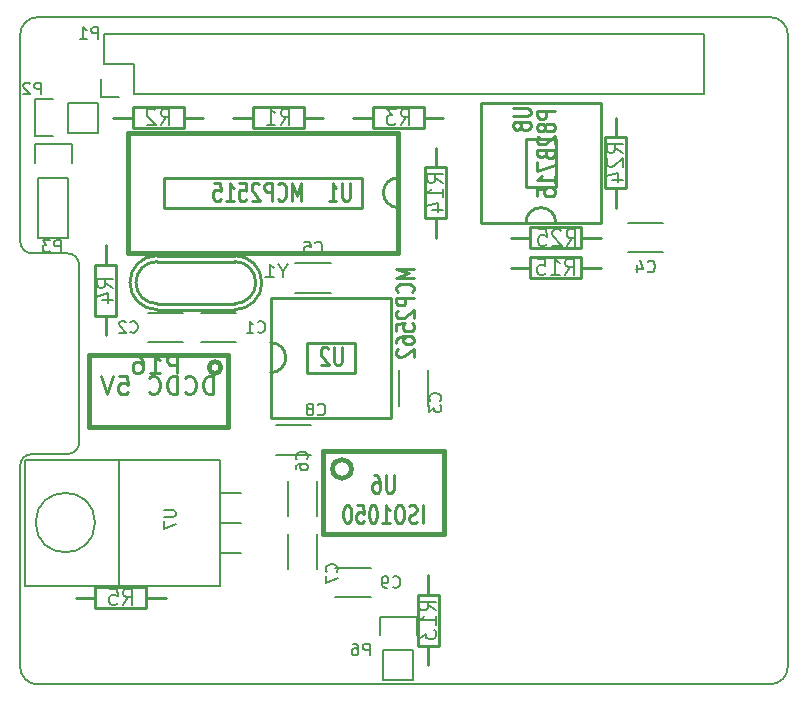
<source format=gbo>
G04 #@! TF.FileFunction,Legend,Bot*
%FSLAX46Y46*%
G04 Gerber Fmt 4.6, Leading zero omitted, Abs format (unit mm)*
G04 Created by KiCad (PCBNEW 4.0.2+dfsg1-stable) date So 30 Apr 2017 08:42:14 CEST*
%MOMM*%
G01*
G04 APERTURE LIST*
%ADD10C,0.100000*%
%ADD11C,0.150000*%
%ADD12C,0.254000*%
%ADD13C,0.381000*%
%ADD14C,0.285750*%
%ADD15C,0.287020*%
%ADD16C,0.203200*%
%ADD17C,0.152400*%
%ADD18C,0.284480*%
G04 APERTURE END LIST*
D10*
D11*
X129500000Y-71500000D02*
X191500000Y-71500000D01*
X128000000Y-90500000D02*
X128000000Y-73000000D01*
X128000000Y-90500000D02*
G75*
G03X129000000Y-91500000I1000000J0D01*
G01*
X129000000Y-91500000D02*
X132000000Y-91500000D01*
X133000000Y-92500000D02*
G75*
G03X132000000Y-91500000I-1000000J0D01*
G01*
X133000000Y-107500000D02*
X133000000Y-92500000D01*
X128000000Y-126500000D02*
X128000000Y-109500000D01*
X129000000Y-108500000D02*
X132000000Y-108500000D01*
X132000000Y-108500000D02*
G75*
G03X133000000Y-107500000I0J1000000D01*
G01*
X129000000Y-108500000D02*
G75*
G03X128000000Y-109500000I0J-1000000D01*
G01*
X191500000Y-128000000D02*
X129500000Y-128000000D01*
X193000000Y-73000000D02*
X193000000Y-126500000D01*
X129500000Y-71500000D02*
G75*
G03X128000000Y-73000000I0J-1500000D01*
G01*
X128000000Y-126500000D02*
G75*
G03X129500000Y-128000000I1500000J0D01*
G01*
X191500000Y-128000000D02*
G75*
G03X193000000Y-126500000I0J1500000D01*
G01*
X193000000Y-73000000D02*
G75*
G03X191500000Y-71500000I-1500000J0D01*
G01*
X185902600Y-72948800D02*
X135102600Y-72948800D01*
X137642600Y-78028800D02*
X185902600Y-78028800D01*
X185902600Y-72948800D02*
X185902600Y-78028800D01*
X135102600Y-72948800D02*
X135102600Y-75488800D01*
X136372600Y-78308800D02*
X134822600Y-78308800D01*
X135102600Y-75488800D02*
X137642600Y-75488800D01*
X137642600Y-75488800D02*
X137642600Y-78028800D01*
X134822600Y-78308800D02*
X134822600Y-76758800D01*
D12*
X156337000Y-99060000D02*
X152273000Y-99060000D01*
X152273000Y-101600000D02*
X156337000Y-101600000D01*
X159385000Y-95250000D02*
X149225000Y-95250000D01*
X159385000Y-105410000D02*
X149225000Y-105410000D01*
X150495000Y-100330000D02*
G75*
G02X149225000Y-101600000I-1270000J0D01*
G01*
X149225000Y-99060000D02*
G75*
G02X150495000Y-100330000I0J-1270000D01*
G01*
X152273000Y-101600000D02*
X152273000Y-99060000D01*
X156337000Y-99060000D02*
X156337000Y-101600000D01*
X159385000Y-105410000D02*
X159385000Y-95250000D01*
X149225000Y-95250000D02*
X149225000Y-105410000D01*
D11*
X162540000Y-104390000D02*
X162540000Y-101390000D01*
X160040000Y-101390000D02*
X160040000Y-104390000D01*
D12*
X152019000Y-80010000D02*
X153670000Y-80010000D01*
X147701000Y-80010000D02*
X146050000Y-80010000D01*
X147701000Y-80899000D02*
X147701000Y-79121000D01*
X147701000Y-79121000D02*
X152019000Y-79121000D01*
X152019000Y-79121000D02*
X152019000Y-80899000D01*
X152019000Y-80899000D02*
X147701000Y-80899000D01*
D11*
X146300000Y-96540000D02*
X143300000Y-96540000D01*
X143300000Y-99040000D02*
X146300000Y-99040000D01*
X138815000Y-99040000D02*
X141815000Y-99040000D01*
X141815000Y-96540000D02*
X138815000Y-96540000D01*
X179455000Y-91420000D02*
X182455000Y-91420000D01*
X182455000Y-88920000D02*
X179455000Y-88920000D01*
D12*
X157861000Y-80010000D02*
X156210000Y-80010000D01*
X162179000Y-80010000D02*
X163830000Y-80010000D01*
X162179000Y-79121000D02*
X162179000Y-80899000D01*
X162179000Y-80899000D02*
X157861000Y-80899000D01*
X157861000Y-80899000D02*
X157861000Y-79121000D01*
X157861000Y-79121000D02*
X162179000Y-79121000D01*
X135255000Y-96774000D02*
X135255000Y-98425000D01*
X135255000Y-92456000D02*
X135255000Y-90805000D01*
X134366000Y-92456000D02*
X136144000Y-92456000D01*
X136144000Y-92456000D02*
X136144000Y-96774000D01*
X136144000Y-96774000D02*
X134366000Y-96774000D01*
X134366000Y-96774000D02*
X134366000Y-92456000D01*
D11*
X154301000Y-92323600D02*
X151301000Y-92323600D01*
X151301000Y-94823600D02*
X154301000Y-94823600D01*
D12*
X141859000Y-80010000D02*
X143510000Y-80010000D01*
X137541000Y-80010000D02*
X135890000Y-80010000D01*
X137541000Y-80899000D02*
X137541000Y-79121000D01*
X137541000Y-79121000D02*
X141859000Y-79121000D01*
X141859000Y-79121000D02*
X141859000Y-80899000D01*
X141859000Y-80899000D02*
X137541000Y-80899000D01*
D11*
X150642000Y-110748000D02*
X150642000Y-113748000D01*
X153142000Y-113748000D02*
X153142000Y-110748000D01*
X153142000Y-118233000D02*
X153142000Y-115233000D01*
X150642000Y-115233000D02*
X150642000Y-118233000D01*
X158750000Y-125095000D02*
X158750000Y-127635000D01*
X158470000Y-122275000D02*
X158470000Y-123825000D01*
X158750000Y-125095000D02*
X161290000Y-125095000D01*
X161570000Y-123825000D02*
X161570000Y-122275000D01*
X161570000Y-122275000D02*
X158470000Y-122275000D01*
X161290000Y-125095000D02*
X161290000Y-127635000D01*
X161290000Y-127635000D02*
X158750000Y-127635000D01*
D12*
X138684000Y-120650000D02*
X140335000Y-120650000D01*
X134366000Y-120650000D02*
X132715000Y-120650000D01*
X134366000Y-121539000D02*
X134366000Y-119761000D01*
X134366000Y-119761000D02*
X138684000Y-119761000D01*
X138684000Y-119761000D02*
X138684000Y-121539000D01*
X138684000Y-121539000D02*
X134366000Y-121539000D01*
D11*
X134340472Y-114300000D02*
G75*
G03X134340472Y-114300000I-2514472J0D01*
G01*
X144907000Y-111760000D02*
X146685000Y-111760000D01*
X144907000Y-114300000D02*
X146685000Y-114300000D01*
X144907000Y-116840000D02*
X146685000Y-116840000D01*
X136398000Y-119634000D02*
X128397000Y-119634000D01*
X128397000Y-119634000D02*
X128397000Y-108966000D01*
X128397000Y-108966000D02*
X136398000Y-108966000D01*
X144907000Y-119634000D02*
X136398000Y-119634000D01*
X136398000Y-119634000D02*
X136398000Y-108966000D01*
X136398000Y-108966000D02*
X144907000Y-108966000D01*
X144907000Y-114300000D02*
X144907000Y-108966000D01*
X144907000Y-114300000D02*
X144907000Y-119634000D01*
D13*
X156050000Y-109760000D02*
G75*
G03X156050000Y-109760000I-800000J0D01*
G01*
X153650000Y-115260000D02*
X153650000Y-108260000D01*
X153650000Y-108260000D02*
X163850000Y-108260000D01*
X163850000Y-108260000D02*
X163850000Y-115260000D01*
X163850000Y-115260000D02*
X153650000Y-115260000D01*
D12*
X137287000Y-93980000D02*
G75*
G02X139573000Y-91694000I2286000J0D01*
G01*
X146177000Y-95758000D02*
X139573000Y-95758000D01*
X139573000Y-92202000D02*
X146177000Y-92202000D01*
X139573000Y-95758000D02*
G75*
G02X137795000Y-93980000I0J1778000D01*
G01*
X137795000Y-93980000D02*
G75*
G02X139573000Y-92202000I1778000J0D01*
G01*
X147955000Y-93980000D02*
G75*
G02X146177000Y-95758000I-1778000J0D01*
G01*
X146177000Y-92202000D02*
G75*
G02X147955000Y-93980000I0J-1778000D01*
G01*
X139573000Y-96266000D02*
G75*
G02X137287000Y-93980000I0J2286000D01*
G01*
X139573000Y-96266000D02*
X146177000Y-96266000D01*
X146177000Y-91694000D02*
X139573000Y-91694000D01*
X148463000Y-93980000D02*
G75*
G02X146177000Y-96266000I-2286000J0D01*
G01*
X146177000Y-91694000D02*
G75*
G02X148463000Y-93980000I0J-2286000D01*
G01*
X140208000Y-87630000D02*
X156972000Y-87630000D01*
X156972000Y-85090000D02*
X140208000Y-85090000D01*
D13*
X137160000Y-91440000D02*
X160020000Y-91440000D01*
X160020000Y-81280000D02*
X137160000Y-81280000D01*
D12*
X158750000Y-86360000D02*
G75*
G02X160020000Y-85090000I1270000J0D01*
G01*
X160020000Y-87630000D02*
G75*
G02X158750000Y-86360000I0J1270000D01*
G01*
X156972000Y-85090000D02*
X156972000Y-87630000D01*
X140208000Y-87630000D02*
X140208000Y-85090000D01*
D13*
X137160000Y-81280000D02*
X137160000Y-91440000D01*
X160020000Y-91440000D02*
X160020000Y-81280000D01*
D12*
X170815000Y-81788000D02*
X170815000Y-85852000D01*
X173355000Y-85852000D02*
X173355000Y-81788000D01*
X167005000Y-78740000D02*
X167005000Y-88900000D01*
X177165000Y-78740000D02*
X177165000Y-88900000D01*
X172085000Y-87630000D02*
G75*
G02X173355000Y-88900000I0J-1270000D01*
G01*
X170815000Y-88900000D02*
G75*
G02X172085000Y-87630000I1270000J0D01*
G01*
X173355000Y-85852000D02*
X170815000Y-85852000D01*
X170815000Y-81788000D02*
X173355000Y-81788000D01*
X177165000Y-78740000D02*
X167005000Y-78740000D01*
X167005000Y-88900000D02*
X177165000Y-88900000D01*
X162560000Y-120396000D02*
X162560000Y-118745000D01*
X162560000Y-124714000D02*
X162560000Y-126365000D01*
X163449000Y-124714000D02*
X161671000Y-124714000D01*
X161671000Y-124714000D02*
X161671000Y-120396000D01*
X161671000Y-120396000D02*
X163449000Y-120396000D01*
X163449000Y-120396000D02*
X163449000Y-124714000D01*
X163195000Y-88519000D02*
X163195000Y-90170000D01*
X163195000Y-84201000D02*
X163195000Y-82550000D01*
X162306000Y-84201000D02*
X164084000Y-84201000D01*
X164084000Y-84201000D02*
X164084000Y-88519000D01*
X164084000Y-88519000D02*
X162306000Y-88519000D01*
X162306000Y-88519000D02*
X162306000Y-84201000D01*
X171196000Y-92710000D02*
X169545000Y-92710000D01*
X175514000Y-92710000D02*
X177165000Y-92710000D01*
X175514000Y-91821000D02*
X175514000Y-93599000D01*
X175514000Y-93599000D02*
X171196000Y-93599000D01*
X171196000Y-93599000D02*
X171196000Y-91821000D01*
X171196000Y-91821000D02*
X175514000Y-91821000D01*
X178435000Y-81661000D02*
X178435000Y-80010000D01*
X178435000Y-85979000D02*
X178435000Y-87630000D01*
X179324000Y-85979000D02*
X177546000Y-85979000D01*
X177546000Y-85979000D02*
X177546000Y-81661000D01*
X177546000Y-81661000D02*
X179324000Y-81661000D01*
X179324000Y-81661000D02*
X179324000Y-85979000D01*
X171196000Y-90170000D02*
X169545000Y-90170000D01*
X175514000Y-90170000D02*
X177165000Y-90170000D01*
X175514000Y-89281000D02*
X175514000Y-91059000D01*
X175514000Y-91059000D02*
X171196000Y-91059000D01*
X171196000Y-91059000D02*
X171196000Y-89281000D01*
X171196000Y-89281000D02*
X175514000Y-89281000D01*
D11*
X132080000Y-81280000D02*
X134620000Y-81280000D01*
X129260000Y-81560000D02*
X130810000Y-81560000D01*
X132080000Y-81280000D02*
X132080000Y-78740000D01*
X130810000Y-78460000D02*
X129260000Y-78460000D01*
X129260000Y-78460000D02*
X129260000Y-81560000D01*
X132080000Y-78740000D02*
X134620000Y-78740000D01*
X134620000Y-78740000D02*
X134620000Y-81280000D01*
X152650000Y-106065000D02*
X149650000Y-106065000D01*
X149650000Y-108565000D02*
X152650000Y-108565000D01*
X154690000Y-120630000D02*
X157690000Y-120630000D01*
X157690000Y-118130000D02*
X154690000Y-118130000D01*
D13*
X133799580Y-106174540D02*
X145600420Y-106174540D01*
X145600420Y-100076000D02*
X133799580Y-100076000D01*
X133799580Y-106174540D02*
X133799580Y-100076000D01*
X145600420Y-100076000D02*
X145600420Y-106174540D01*
X144999456Y-101178360D02*
G75*
G03X144999456Y-101178360I-498856J0D01*
G01*
D11*
X132080000Y-85090000D02*
X132080000Y-90170000D01*
X132080000Y-90170000D02*
X129540000Y-90170000D01*
X129540000Y-90170000D02*
X129540000Y-85090000D01*
X129260000Y-82270000D02*
X129260000Y-83820000D01*
X129540000Y-85090000D02*
X132080000Y-85090000D01*
X132360000Y-83820000D02*
X132360000Y-82270000D01*
X132360000Y-82270000D02*
X129260000Y-82270000D01*
X134596095Y-73350381D02*
X134596095Y-72350381D01*
X134215142Y-72350381D01*
X134119904Y-72398000D01*
X134072285Y-72445619D01*
X134024666Y-72540857D01*
X134024666Y-72683714D01*
X134072285Y-72778952D01*
X134119904Y-72826571D01*
X134215142Y-72874190D01*
X134596095Y-72874190D01*
X133072285Y-73350381D02*
X133643714Y-73350381D01*
X133358000Y-73350381D02*
X133358000Y-72350381D01*
X133453238Y-72493238D01*
X133548476Y-72588476D01*
X133643714Y-72636095D01*
D14*
X155239357Y-99431929D02*
X155239357Y-100665643D01*
X155184929Y-100810786D01*
X155130500Y-100883357D01*
X155021643Y-100955929D01*
X154803929Y-100955929D01*
X154695071Y-100883357D01*
X154640643Y-100810786D01*
X154586214Y-100665643D01*
X154586214Y-99431929D01*
X154096357Y-99577071D02*
X154041928Y-99504500D01*
X153933071Y-99431929D01*
X153660928Y-99431929D01*
X153552071Y-99504500D01*
X153497642Y-99577071D01*
X153443214Y-99722214D01*
X153443214Y-99867357D01*
X153497642Y-100085071D01*
X154150785Y-100955929D01*
X153443214Y-100955929D01*
D15*
D14*
X161344429Y-92818858D02*
X159820429Y-92818858D01*
X160909000Y-93199858D01*
X159820429Y-93580858D01*
X161344429Y-93580858D01*
X161199286Y-94778287D02*
X161271857Y-94723858D01*
X161344429Y-94560572D01*
X161344429Y-94451715D01*
X161271857Y-94288430D01*
X161126714Y-94179572D01*
X160981571Y-94125144D01*
X160691286Y-94070715D01*
X160473571Y-94070715D01*
X160183286Y-94125144D01*
X160038143Y-94179572D01*
X159893000Y-94288430D01*
X159820429Y-94451715D01*
X159820429Y-94560572D01*
X159893000Y-94723858D01*
X159965571Y-94778287D01*
X161344429Y-95268144D02*
X159820429Y-95268144D01*
X159820429Y-95703572D01*
X159893000Y-95812430D01*
X159965571Y-95866858D01*
X160110714Y-95921287D01*
X160328429Y-95921287D01*
X160473571Y-95866858D01*
X160546143Y-95812430D01*
X160618714Y-95703572D01*
X160618714Y-95268144D01*
X159965571Y-96356715D02*
X159893000Y-96411144D01*
X159820429Y-96520001D01*
X159820429Y-96792144D01*
X159893000Y-96901001D01*
X159965571Y-96955430D01*
X160110714Y-97009858D01*
X160255857Y-97009858D01*
X160473571Y-96955430D01*
X161344429Y-96302287D01*
X161344429Y-97009858D01*
X159820429Y-98044001D02*
X159820429Y-97499715D01*
X160546143Y-97445286D01*
X160473571Y-97499715D01*
X160401000Y-97608572D01*
X160401000Y-97880715D01*
X160473571Y-97989572D01*
X160546143Y-98044001D01*
X160691286Y-98098429D01*
X161054143Y-98098429D01*
X161199286Y-98044001D01*
X161271857Y-97989572D01*
X161344429Y-97880715D01*
X161344429Y-97608572D01*
X161271857Y-97499715D01*
X161199286Y-97445286D01*
X159820429Y-99078143D02*
X159820429Y-98860429D01*
X159893000Y-98751572D01*
X159965571Y-98697143D01*
X160183286Y-98588286D01*
X160473571Y-98533857D01*
X161054143Y-98533857D01*
X161199286Y-98588286D01*
X161271857Y-98642714D01*
X161344429Y-98751572D01*
X161344429Y-98969286D01*
X161271857Y-99078143D01*
X161199286Y-99132572D01*
X161054143Y-99187000D01*
X160691286Y-99187000D01*
X160546143Y-99132572D01*
X160473571Y-99078143D01*
X160401000Y-98969286D01*
X160401000Y-98751572D01*
X160473571Y-98642714D01*
X160546143Y-98588286D01*
X160691286Y-98533857D01*
X159965571Y-99622428D02*
X159893000Y-99676857D01*
X159820429Y-99785714D01*
X159820429Y-100057857D01*
X159893000Y-100166714D01*
X159965571Y-100221143D01*
X160110714Y-100275571D01*
X160255857Y-100275571D01*
X160473571Y-100221143D01*
X161344429Y-99568000D01*
X161344429Y-100275571D01*
D15*
D11*
X163552143Y-103973334D02*
X163599762Y-103925715D01*
X163647381Y-103782858D01*
X163647381Y-103687620D01*
X163599762Y-103544762D01*
X163504524Y-103449524D01*
X163409286Y-103401905D01*
X163218810Y-103354286D01*
X163075952Y-103354286D01*
X162885476Y-103401905D01*
X162790238Y-103449524D01*
X162695000Y-103544762D01*
X162647381Y-103687620D01*
X162647381Y-103782858D01*
X162695000Y-103925715D01*
X162742619Y-103973334D01*
X162647381Y-104306667D02*
X162647381Y-104925715D01*
X163028333Y-104592381D01*
X163028333Y-104735239D01*
X163075952Y-104830477D01*
X163123571Y-104878096D01*
X163218810Y-104925715D01*
X163456905Y-104925715D01*
X163552143Y-104878096D01*
X163599762Y-104830477D01*
X163647381Y-104735239D01*
X163647381Y-104449524D01*
X163599762Y-104354286D01*
X163552143Y-104306667D01*
D16*
X150071667Y-80641976D02*
X150495000Y-79976738D01*
X150797381Y-80641976D02*
X150797381Y-79244976D01*
X150313572Y-79244976D01*
X150192619Y-79311500D01*
X150132143Y-79378024D01*
X150071667Y-79511071D01*
X150071667Y-79710643D01*
X150132143Y-79843690D01*
X150192619Y-79910214D01*
X150313572Y-79976738D01*
X150797381Y-79976738D01*
X148862143Y-80641976D02*
X149587857Y-80641976D01*
X149225000Y-80641976D02*
X149225000Y-79244976D01*
X149345952Y-79444548D01*
X149466905Y-79577595D01*
X149587857Y-79644119D01*
D11*
X148121666Y-98147143D02*
X148169285Y-98194762D01*
X148312142Y-98242381D01*
X148407380Y-98242381D01*
X148550238Y-98194762D01*
X148645476Y-98099524D01*
X148693095Y-98004286D01*
X148740714Y-97813810D01*
X148740714Y-97670952D01*
X148693095Y-97480476D01*
X148645476Y-97385238D01*
X148550238Y-97290000D01*
X148407380Y-97242381D01*
X148312142Y-97242381D01*
X148169285Y-97290000D01*
X148121666Y-97337619D01*
X147169285Y-98242381D02*
X147740714Y-98242381D01*
X147455000Y-98242381D02*
X147455000Y-97242381D01*
X147550238Y-97385238D01*
X147645476Y-97480476D01*
X147740714Y-97528095D01*
X137326666Y-98147143D02*
X137374285Y-98194762D01*
X137517142Y-98242381D01*
X137612380Y-98242381D01*
X137755238Y-98194762D01*
X137850476Y-98099524D01*
X137898095Y-98004286D01*
X137945714Y-97813810D01*
X137945714Y-97670952D01*
X137898095Y-97480476D01*
X137850476Y-97385238D01*
X137755238Y-97290000D01*
X137612380Y-97242381D01*
X137517142Y-97242381D01*
X137374285Y-97290000D01*
X137326666Y-97337619D01*
X136945714Y-97337619D02*
X136898095Y-97290000D01*
X136802857Y-97242381D01*
X136564761Y-97242381D01*
X136469523Y-97290000D01*
X136421904Y-97337619D01*
X136374285Y-97432857D01*
X136374285Y-97528095D01*
X136421904Y-97670952D01*
X136993333Y-98242381D01*
X136374285Y-98242381D01*
X181121666Y-93027143D02*
X181169285Y-93074762D01*
X181312142Y-93122381D01*
X181407380Y-93122381D01*
X181550238Y-93074762D01*
X181645476Y-92979524D01*
X181693095Y-92884286D01*
X181740714Y-92693810D01*
X181740714Y-92550952D01*
X181693095Y-92360476D01*
X181645476Y-92265238D01*
X181550238Y-92170000D01*
X181407380Y-92122381D01*
X181312142Y-92122381D01*
X181169285Y-92170000D01*
X181121666Y-92217619D01*
X180264523Y-92455714D02*
X180264523Y-93122381D01*
X180502619Y-92074762D02*
X180740714Y-92789048D01*
X180121666Y-92789048D01*
D16*
X160231667Y-80641976D02*
X160655000Y-79976738D01*
X160957381Y-80641976D02*
X160957381Y-79244976D01*
X160473572Y-79244976D01*
X160352619Y-79311500D01*
X160292143Y-79378024D01*
X160231667Y-79511071D01*
X160231667Y-79710643D01*
X160292143Y-79843690D01*
X160352619Y-79910214D01*
X160473572Y-79976738D01*
X160957381Y-79976738D01*
X159808333Y-79244976D02*
X159022143Y-79244976D01*
X159445476Y-79777167D01*
X159264048Y-79777167D01*
X159143095Y-79843690D01*
X159082619Y-79910214D01*
X159022143Y-80043262D01*
X159022143Y-80375881D01*
X159082619Y-80508929D01*
X159143095Y-80575452D01*
X159264048Y-80641976D01*
X159626905Y-80641976D01*
X159747857Y-80575452D01*
X159808333Y-80508929D01*
X135886976Y-94403333D02*
X135221738Y-93980000D01*
X135886976Y-93677619D02*
X134489976Y-93677619D01*
X134489976Y-94161428D01*
X134556500Y-94282381D01*
X134623024Y-94342857D01*
X134756071Y-94403333D01*
X134955643Y-94403333D01*
X135088690Y-94342857D01*
X135155214Y-94282381D01*
X135221738Y-94161428D01*
X135221738Y-93677619D01*
X134955643Y-95491905D02*
X135886976Y-95491905D01*
X134423452Y-95189524D02*
X135421310Y-94887143D01*
X135421310Y-95673333D01*
D11*
X152967666Y-91430743D02*
X153015285Y-91478362D01*
X153158142Y-91525981D01*
X153253380Y-91525981D01*
X153396238Y-91478362D01*
X153491476Y-91383124D01*
X153539095Y-91287886D01*
X153586714Y-91097410D01*
X153586714Y-90954552D01*
X153539095Y-90764076D01*
X153491476Y-90668838D01*
X153396238Y-90573600D01*
X153253380Y-90525981D01*
X153158142Y-90525981D01*
X153015285Y-90573600D01*
X152967666Y-90621219D01*
X152062904Y-90525981D02*
X152539095Y-90525981D01*
X152586714Y-91002171D01*
X152539095Y-90954552D01*
X152443857Y-90906933D01*
X152205761Y-90906933D01*
X152110523Y-90954552D01*
X152062904Y-91002171D01*
X152015285Y-91097410D01*
X152015285Y-91335505D01*
X152062904Y-91430743D01*
X152110523Y-91478362D01*
X152205761Y-91525981D01*
X152443857Y-91525981D01*
X152539095Y-91478362D01*
X152586714Y-91430743D01*
D16*
X139911667Y-80641976D02*
X140335000Y-79976738D01*
X140637381Y-80641976D02*
X140637381Y-79244976D01*
X140153572Y-79244976D01*
X140032619Y-79311500D01*
X139972143Y-79378024D01*
X139911667Y-79511071D01*
X139911667Y-79710643D01*
X139972143Y-79843690D01*
X140032619Y-79910214D01*
X140153572Y-79976738D01*
X140637381Y-79976738D01*
X139427857Y-79378024D02*
X139367381Y-79311500D01*
X139246429Y-79244976D01*
X138944048Y-79244976D01*
X138823095Y-79311500D01*
X138762619Y-79378024D01*
X138702143Y-79511071D01*
X138702143Y-79644119D01*
X138762619Y-79843690D01*
X139488333Y-80641976D01*
X138702143Y-80641976D01*
D11*
X152249143Y-108926334D02*
X152296762Y-108878715D01*
X152344381Y-108735858D01*
X152344381Y-108640620D01*
X152296762Y-108497762D01*
X152201524Y-108402524D01*
X152106286Y-108354905D01*
X151915810Y-108307286D01*
X151772952Y-108307286D01*
X151582476Y-108354905D01*
X151487238Y-108402524D01*
X151392000Y-108497762D01*
X151344381Y-108640620D01*
X151344381Y-108735858D01*
X151392000Y-108878715D01*
X151439619Y-108926334D01*
X151344381Y-109783477D02*
X151344381Y-109593000D01*
X151392000Y-109497762D01*
X151439619Y-109450143D01*
X151582476Y-109354905D01*
X151772952Y-109307286D01*
X152153905Y-109307286D01*
X152249143Y-109354905D01*
X152296762Y-109402524D01*
X152344381Y-109497762D01*
X152344381Y-109688239D01*
X152296762Y-109783477D01*
X152249143Y-109831096D01*
X152153905Y-109878715D01*
X151915810Y-109878715D01*
X151820571Y-109831096D01*
X151772952Y-109783477D01*
X151725333Y-109688239D01*
X151725333Y-109497762D01*
X151772952Y-109402524D01*
X151820571Y-109354905D01*
X151915810Y-109307286D01*
X154789143Y-118451334D02*
X154836762Y-118403715D01*
X154884381Y-118260858D01*
X154884381Y-118165620D01*
X154836762Y-118022762D01*
X154741524Y-117927524D01*
X154646286Y-117879905D01*
X154455810Y-117832286D01*
X154312952Y-117832286D01*
X154122476Y-117879905D01*
X154027238Y-117927524D01*
X153932000Y-118022762D01*
X153884381Y-118165620D01*
X153884381Y-118260858D01*
X153932000Y-118403715D01*
X153979619Y-118451334D01*
X153884381Y-118784667D02*
X153884381Y-119451334D01*
X154884381Y-119022762D01*
X157583095Y-125547381D02*
X157583095Y-124547381D01*
X157202142Y-124547381D01*
X157106904Y-124595000D01*
X157059285Y-124642619D01*
X157011666Y-124737857D01*
X157011666Y-124880714D01*
X157059285Y-124975952D01*
X157106904Y-125023571D01*
X157202142Y-125071190D01*
X157583095Y-125071190D01*
X156154523Y-124547381D02*
X156345000Y-124547381D01*
X156440238Y-124595000D01*
X156487857Y-124642619D01*
X156583095Y-124785476D01*
X156630714Y-124975952D01*
X156630714Y-125356905D01*
X156583095Y-125452143D01*
X156535476Y-125499762D01*
X156440238Y-125547381D01*
X156249761Y-125547381D01*
X156154523Y-125499762D01*
X156106904Y-125452143D01*
X156059285Y-125356905D01*
X156059285Y-125118810D01*
X156106904Y-125023571D01*
X156154523Y-124975952D01*
X156249761Y-124928333D01*
X156440238Y-124928333D01*
X156535476Y-124975952D01*
X156583095Y-125023571D01*
X156630714Y-125118810D01*
D16*
X136736667Y-121281976D02*
X137160000Y-120616738D01*
X137462381Y-121281976D02*
X137462381Y-119884976D01*
X136978572Y-119884976D01*
X136857619Y-119951500D01*
X136797143Y-120018024D01*
X136736667Y-120151071D01*
X136736667Y-120350643D01*
X136797143Y-120483690D01*
X136857619Y-120550214D01*
X136978572Y-120616738D01*
X137462381Y-120616738D01*
X135587619Y-119884976D02*
X136192381Y-119884976D01*
X136252857Y-120550214D01*
X136192381Y-120483690D01*
X136071429Y-120417167D01*
X135769048Y-120417167D01*
X135648095Y-120483690D01*
X135587619Y-120550214D01*
X135527143Y-120683262D01*
X135527143Y-121015881D01*
X135587619Y-121148929D01*
X135648095Y-121215452D01*
X135769048Y-121281976D01*
X136071429Y-121281976D01*
X136192381Y-121215452D01*
X136252857Y-121148929D01*
D11*
X140166581Y-113257095D02*
X140976105Y-113257095D01*
X141071343Y-113304714D01*
X141118962Y-113352333D01*
X141166581Y-113447571D01*
X141166581Y-113638048D01*
X141118962Y-113733286D01*
X141071343Y-113780905D01*
X140976105Y-113828524D01*
X140166581Y-113828524D01*
X140166581Y-114209476D02*
X140166581Y-114876143D01*
X141166581Y-114447571D01*
D14*
X159620857Y-110290429D02*
X159620857Y-111524143D01*
X159566429Y-111669286D01*
X159512000Y-111741857D01*
X159403143Y-111814429D01*
X159185429Y-111814429D01*
X159076571Y-111741857D01*
X159022143Y-111669286D01*
X158967714Y-111524143D01*
X158967714Y-110290429D01*
X157933571Y-110290429D02*
X158151285Y-110290429D01*
X158260142Y-110363000D01*
X158314571Y-110435571D01*
X158423428Y-110653286D01*
X158477857Y-110943571D01*
X158477857Y-111524143D01*
X158423428Y-111669286D01*
X158369000Y-111741857D01*
X158260142Y-111814429D01*
X158042428Y-111814429D01*
X157933571Y-111741857D01*
X157879142Y-111669286D01*
X157824714Y-111524143D01*
X157824714Y-111161286D01*
X157879142Y-111016143D01*
X157933571Y-110943571D01*
X158042428Y-110871000D01*
X158260142Y-110871000D01*
X158369000Y-110943571D01*
X158423428Y-111016143D01*
X158477857Y-111161286D01*
D15*
D14*
X162070142Y-114354429D02*
X162070142Y-112830429D01*
X161580285Y-114281857D02*
X161416999Y-114354429D01*
X161144856Y-114354429D01*
X161035999Y-114281857D01*
X160981570Y-114209286D01*
X160927142Y-114064143D01*
X160927142Y-113919000D01*
X160981570Y-113773857D01*
X161035999Y-113701286D01*
X161144856Y-113628714D01*
X161362570Y-113556143D01*
X161471428Y-113483571D01*
X161525856Y-113411000D01*
X161580285Y-113265857D01*
X161580285Y-113120714D01*
X161525856Y-112975571D01*
X161471428Y-112903000D01*
X161362570Y-112830429D01*
X161090428Y-112830429D01*
X160927142Y-112903000D01*
X160219571Y-112830429D02*
X160001857Y-112830429D01*
X159892999Y-112903000D01*
X159784142Y-113048143D01*
X159729714Y-113338429D01*
X159729714Y-113846429D01*
X159784142Y-114136714D01*
X159892999Y-114281857D01*
X160001857Y-114354429D01*
X160219571Y-114354429D01*
X160328428Y-114281857D01*
X160437285Y-114136714D01*
X160491714Y-113846429D01*
X160491714Y-113338429D01*
X160437285Y-113048143D01*
X160328428Y-112903000D01*
X160219571Y-112830429D01*
X158641142Y-114354429D02*
X159294285Y-114354429D01*
X158967713Y-114354429D02*
X158967713Y-112830429D01*
X159076570Y-113048143D01*
X159185428Y-113193286D01*
X159294285Y-113265857D01*
X157933571Y-112830429D02*
X157824714Y-112830429D01*
X157715857Y-112903000D01*
X157661428Y-112975571D01*
X157606999Y-113120714D01*
X157552571Y-113411000D01*
X157552571Y-113773857D01*
X157606999Y-114064143D01*
X157661428Y-114209286D01*
X157715857Y-114281857D01*
X157824714Y-114354429D01*
X157933571Y-114354429D01*
X158042428Y-114281857D01*
X158096857Y-114209286D01*
X158151285Y-114064143D01*
X158205714Y-113773857D01*
X158205714Y-113411000D01*
X158151285Y-113120714D01*
X158096857Y-112975571D01*
X158042428Y-112903000D01*
X157933571Y-112830429D01*
X156518428Y-112830429D02*
X157062714Y-112830429D01*
X157117143Y-113556143D01*
X157062714Y-113483571D01*
X156953857Y-113411000D01*
X156681714Y-113411000D01*
X156572857Y-113483571D01*
X156518428Y-113556143D01*
X156464000Y-113701286D01*
X156464000Y-114064143D01*
X156518428Y-114209286D01*
X156572857Y-114281857D01*
X156681714Y-114354429D01*
X156953857Y-114354429D01*
X157062714Y-114281857D01*
X157117143Y-114209286D01*
X155756429Y-112830429D02*
X155647572Y-112830429D01*
X155538715Y-112903000D01*
X155484286Y-112975571D01*
X155429857Y-113120714D01*
X155375429Y-113411000D01*
X155375429Y-113773857D01*
X155429857Y-114064143D01*
X155484286Y-114209286D01*
X155538715Y-114281857D01*
X155647572Y-114354429D01*
X155756429Y-114354429D01*
X155865286Y-114281857D01*
X155919715Y-114209286D01*
X155974143Y-114064143D01*
X156028572Y-113773857D01*
X156028572Y-113411000D01*
X155974143Y-113120714D01*
X155919715Y-112975571D01*
X155865286Y-112903000D01*
X155756429Y-112830429D01*
D17*
X150274961Y-92985386D02*
X150274961Y-93529671D01*
X150698295Y-92386671D02*
X150274961Y-92985386D01*
X149851628Y-92386671D01*
X148763057Y-93529671D02*
X149488771Y-93529671D01*
X149125914Y-93529671D02*
X149125914Y-92386671D01*
X149246866Y-92549957D01*
X149367819Y-92658814D01*
X149488771Y-92713243D01*
D14*
X155924857Y-85546829D02*
X155924857Y-86780543D01*
X155870429Y-86925686D01*
X155816000Y-86998257D01*
X155707143Y-87070829D01*
X155489429Y-87070829D01*
X155380571Y-86998257D01*
X155326143Y-86925686D01*
X155271714Y-86780543D01*
X155271714Y-85546829D01*
X154128714Y-87070829D02*
X154781857Y-87070829D01*
X154455285Y-87070829D02*
X154455285Y-85546829D01*
X154564142Y-85764543D01*
X154673000Y-85909686D01*
X154781857Y-85982257D01*
D15*
D14*
X151783142Y-87049429D02*
X151783142Y-85525429D01*
X151402142Y-86614000D01*
X151021142Y-85525429D01*
X151021142Y-87049429D01*
X149823713Y-86904286D02*
X149878142Y-86976857D01*
X150041428Y-87049429D01*
X150150285Y-87049429D01*
X150313570Y-86976857D01*
X150422428Y-86831714D01*
X150476856Y-86686571D01*
X150531285Y-86396286D01*
X150531285Y-86178571D01*
X150476856Y-85888286D01*
X150422428Y-85743143D01*
X150313570Y-85598000D01*
X150150285Y-85525429D01*
X150041428Y-85525429D01*
X149878142Y-85598000D01*
X149823713Y-85670571D01*
X149333856Y-87049429D02*
X149333856Y-85525429D01*
X148898428Y-85525429D01*
X148789570Y-85598000D01*
X148735142Y-85670571D01*
X148680713Y-85815714D01*
X148680713Y-86033429D01*
X148735142Y-86178571D01*
X148789570Y-86251143D01*
X148898428Y-86323714D01*
X149333856Y-86323714D01*
X148245285Y-85670571D02*
X148190856Y-85598000D01*
X148081999Y-85525429D01*
X147809856Y-85525429D01*
X147700999Y-85598000D01*
X147646570Y-85670571D01*
X147592142Y-85815714D01*
X147592142Y-85960857D01*
X147646570Y-86178571D01*
X148299713Y-87049429D01*
X147592142Y-87049429D01*
X146557999Y-85525429D02*
X147102285Y-85525429D01*
X147156714Y-86251143D01*
X147102285Y-86178571D01*
X146993428Y-86106000D01*
X146721285Y-86106000D01*
X146612428Y-86178571D01*
X146557999Y-86251143D01*
X146503571Y-86396286D01*
X146503571Y-86759143D01*
X146557999Y-86904286D01*
X146612428Y-86976857D01*
X146721285Y-87049429D01*
X146993428Y-87049429D01*
X147102285Y-86976857D01*
X147156714Y-86904286D01*
X145415000Y-87049429D02*
X146068143Y-87049429D01*
X145741571Y-87049429D02*
X145741571Y-85525429D01*
X145850428Y-85743143D01*
X145959286Y-85888286D01*
X146068143Y-85960857D01*
X144380857Y-85525429D02*
X144925143Y-85525429D01*
X144979572Y-86251143D01*
X144925143Y-86178571D01*
X144816286Y-86106000D01*
X144544143Y-86106000D01*
X144435286Y-86178571D01*
X144380857Y-86251143D01*
X144326429Y-86396286D01*
X144326429Y-86759143D01*
X144380857Y-86904286D01*
X144435286Y-86976857D01*
X144544143Y-87049429D01*
X144816286Y-87049429D01*
X144925143Y-86976857D01*
X144979572Y-86904286D01*
D15*
D14*
X169713729Y-79228043D02*
X170947443Y-79228043D01*
X171092586Y-79282471D01*
X171165157Y-79336900D01*
X171237729Y-79445757D01*
X171237729Y-79663471D01*
X171165157Y-79772329D01*
X171092586Y-79826757D01*
X170947443Y-79881186D01*
X169713729Y-79881186D01*
X170366871Y-80588758D02*
X170294300Y-80479900D01*
X170221729Y-80425472D01*
X170076586Y-80371043D01*
X170004014Y-80371043D01*
X169858871Y-80425472D01*
X169786300Y-80479900D01*
X169713729Y-80588758D01*
X169713729Y-80806472D01*
X169786300Y-80915329D01*
X169858871Y-80969758D01*
X170004014Y-81024186D01*
X170076586Y-81024186D01*
X170221729Y-80969758D01*
X170294300Y-80915329D01*
X170366871Y-80806472D01*
X170366871Y-80588758D01*
X170439443Y-80479900D01*
X170512014Y-80425472D01*
X170657157Y-80371043D01*
X170947443Y-80371043D01*
X171092586Y-80425472D01*
X171165157Y-80479900D01*
X171237729Y-80588758D01*
X171237729Y-80806472D01*
X171165157Y-80915329D01*
X171092586Y-80969758D01*
X170947443Y-81024186D01*
X170657157Y-81024186D01*
X170512014Y-80969758D01*
X170439443Y-80915329D01*
X170366871Y-80806472D01*
D15*
D14*
X173282429Y-79440316D02*
X171758429Y-79440316D01*
X171758429Y-79875744D01*
X171831000Y-79984602D01*
X171903571Y-80039030D01*
X172048714Y-80093459D01*
X172266429Y-80093459D01*
X172411571Y-80039030D01*
X172484143Y-79984602D01*
X172556714Y-79875744D01*
X172556714Y-79440316D01*
X172411571Y-80746602D02*
X172339000Y-80637744D01*
X172266429Y-80583316D01*
X172121286Y-80528887D01*
X172048714Y-80528887D01*
X171903571Y-80583316D01*
X171831000Y-80637744D01*
X171758429Y-80746602D01*
X171758429Y-80964316D01*
X171831000Y-81073173D01*
X171903571Y-81127602D01*
X172048714Y-81182030D01*
X172121286Y-81182030D01*
X172266429Y-81127602D01*
X172339000Y-81073173D01*
X172411571Y-80964316D01*
X172411571Y-80746602D01*
X172484143Y-80637744D01*
X172556714Y-80583316D01*
X172701857Y-80528887D01*
X172992143Y-80528887D01*
X173137286Y-80583316D01*
X173209857Y-80637744D01*
X173282429Y-80746602D01*
X173282429Y-80964316D01*
X173209857Y-81073173D01*
X173137286Y-81127602D01*
X172992143Y-81182030D01*
X172701857Y-81182030D01*
X172556714Y-81127602D01*
X172484143Y-81073173D01*
X172411571Y-80964316D01*
X171903571Y-81617458D02*
X171831000Y-81671887D01*
X171758429Y-81780744D01*
X171758429Y-82052887D01*
X171831000Y-82161744D01*
X171903571Y-82216173D01*
X172048714Y-82270601D01*
X172193857Y-82270601D01*
X172411571Y-82216173D01*
X173282429Y-81563030D01*
X173282429Y-82270601D01*
X172484143Y-83141458D02*
X172556714Y-83304744D01*
X172629286Y-83359172D01*
X172774429Y-83413601D01*
X172992143Y-83413601D01*
X173137286Y-83359172D01*
X173209857Y-83304744D01*
X173282429Y-83195886D01*
X173282429Y-82760458D01*
X171758429Y-82760458D01*
X171758429Y-83141458D01*
X171831000Y-83250315D01*
X171903571Y-83304744D01*
X172048714Y-83359172D01*
X172193857Y-83359172D01*
X172339000Y-83304744D01*
X172411571Y-83250315D01*
X172484143Y-83141458D01*
X172484143Y-82760458D01*
X171758429Y-83794601D02*
X171758429Y-84556601D01*
X173282429Y-84066744D01*
X173282429Y-85590743D02*
X173282429Y-84937600D01*
X173282429Y-85264172D02*
X171758429Y-85264172D01*
X171976143Y-85155315D01*
X172121286Y-85046457D01*
X172193857Y-84937600D01*
X171758429Y-86624886D02*
X171758429Y-86080600D01*
X172484143Y-86026171D01*
X172411571Y-86080600D01*
X172339000Y-86189457D01*
X172339000Y-86461600D01*
X172411571Y-86570457D01*
X172484143Y-86624886D01*
X172629286Y-86679314D01*
X172992143Y-86679314D01*
X173137286Y-86624886D01*
X173209857Y-86570457D01*
X173282429Y-86461600D01*
X173282429Y-86189457D01*
X173209857Y-86080600D01*
X173137286Y-86026171D01*
D15*
D16*
X163191976Y-121738571D02*
X162526738Y-121315238D01*
X163191976Y-121012857D02*
X161794976Y-121012857D01*
X161794976Y-121496666D01*
X161861500Y-121617619D01*
X161928024Y-121678095D01*
X162061071Y-121738571D01*
X162260643Y-121738571D01*
X162393690Y-121678095D01*
X162460214Y-121617619D01*
X162526738Y-121496666D01*
X162526738Y-121012857D01*
X163191976Y-122948095D02*
X163191976Y-122222381D01*
X163191976Y-122585238D02*
X161794976Y-122585238D01*
X161994548Y-122464286D01*
X162127595Y-122343333D01*
X162194119Y-122222381D01*
X161794976Y-123371429D02*
X161794976Y-124157619D01*
X162327167Y-123734286D01*
X162327167Y-123915714D01*
X162393690Y-124036667D01*
X162460214Y-124097143D01*
X162593262Y-124157619D01*
X162925881Y-124157619D01*
X163058929Y-124097143D01*
X163125452Y-124036667D01*
X163191976Y-123915714D01*
X163191976Y-123552857D01*
X163125452Y-123431905D01*
X163058929Y-123371429D01*
X163826976Y-85543571D02*
X163161738Y-85120238D01*
X163826976Y-84817857D02*
X162429976Y-84817857D01*
X162429976Y-85301666D01*
X162496500Y-85422619D01*
X162563024Y-85483095D01*
X162696071Y-85543571D01*
X162895643Y-85543571D01*
X163028690Y-85483095D01*
X163095214Y-85422619D01*
X163161738Y-85301666D01*
X163161738Y-84817857D01*
X163826976Y-86753095D02*
X163826976Y-86027381D01*
X163826976Y-86390238D02*
X162429976Y-86390238D01*
X162629548Y-86269286D01*
X162762595Y-86148333D01*
X162829119Y-86027381D01*
X162895643Y-87841667D02*
X163826976Y-87841667D01*
X162363452Y-87539286D02*
X163361310Y-87236905D01*
X163361310Y-88023095D01*
X174171429Y-93341976D02*
X174594762Y-92676738D01*
X174897143Y-93341976D02*
X174897143Y-91944976D01*
X174413334Y-91944976D01*
X174292381Y-92011500D01*
X174231905Y-92078024D01*
X174171429Y-92211071D01*
X174171429Y-92410643D01*
X174231905Y-92543690D01*
X174292381Y-92610214D01*
X174413334Y-92676738D01*
X174897143Y-92676738D01*
X172961905Y-93341976D02*
X173687619Y-93341976D01*
X173324762Y-93341976D02*
X173324762Y-91944976D01*
X173445714Y-92144548D01*
X173566667Y-92277595D01*
X173687619Y-92344119D01*
X171812857Y-91944976D02*
X172417619Y-91944976D01*
X172478095Y-92610214D01*
X172417619Y-92543690D01*
X172296667Y-92477167D01*
X171994286Y-92477167D01*
X171873333Y-92543690D01*
X171812857Y-92610214D01*
X171752381Y-92743262D01*
X171752381Y-93075881D01*
X171812857Y-93208929D01*
X171873333Y-93275452D01*
X171994286Y-93341976D01*
X172296667Y-93341976D01*
X172417619Y-93275452D01*
X172478095Y-93208929D01*
X179054276Y-82990871D02*
X178389038Y-82567538D01*
X179054276Y-82265157D02*
X177657276Y-82265157D01*
X177657276Y-82748966D01*
X177723800Y-82869919D01*
X177790324Y-82930395D01*
X177923371Y-82990871D01*
X178122943Y-82990871D01*
X178255990Y-82930395D01*
X178322514Y-82869919D01*
X178389038Y-82748966D01*
X178389038Y-82265157D01*
X177790324Y-83474681D02*
X177723800Y-83535157D01*
X177657276Y-83656109D01*
X177657276Y-83958490D01*
X177723800Y-84079443D01*
X177790324Y-84139919D01*
X177923371Y-84200395D01*
X178056419Y-84200395D01*
X178255990Y-84139919D01*
X179054276Y-83414205D01*
X179054276Y-84200395D01*
X178122943Y-85288967D02*
X179054276Y-85288967D01*
X177590752Y-84986586D02*
X178588610Y-84684205D01*
X178588610Y-85470395D01*
X174260329Y-90852776D02*
X174683662Y-90187538D01*
X174986043Y-90852776D02*
X174986043Y-89455776D01*
X174502234Y-89455776D01*
X174381281Y-89522300D01*
X174320805Y-89588824D01*
X174260329Y-89721871D01*
X174260329Y-89921443D01*
X174320805Y-90054490D01*
X174381281Y-90121014D01*
X174502234Y-90187538D01*
X174986043Y-90187538D01*
X173776519Y-89588824D02*
X173716043Y-89522300D01*
X173595091Y-89455776D01*
X173292710Y-89455776D01*
X173171757Y-89522300D01*
X173111281Y-89588824D01*
X173050805Y-89721871D01*
X173050805Y-89854919D01*
X173111281Y-90054490D01*
X173836995Y-90852776D01*
X173050805Y-90852776D01*
X171901757Y-89455776D02*
X172506519Y-89455776D01*
X172566995Y-90121014D01*
X172506519Y-90054490D01*
X172385567Y-89987967D01*
X172083186Y-89987967D01*
X171962233Y-90054490D01*
X171901757Y-90121014D01*
X171841281Y-90254062D01*
X171841281Y-90586681D01*
X171901757Y-90719729D01*
X171962233Y-90786252D01*
X172083186Y-90852776D01*
X172385567Y-90852776D01*
X172506519Y-90786252D01*
X172566995Y-90719729D01*
D11*
X129770095Y-78049381D02*
X129770095Y-77049381D01*
X129389142Y-77049381D01*
X129293904Y-77097000D01*
X129246285Y-77144619D01*
X129198666Y-77239857D01*
X129198666Y-77382714D01*
X129246285Y-77477952D01*
X129293904Y-77525571D01*
X129389142Y-77573190D01*
X129770095Y-77573190D01*
X128817714Y-77144619D02*
X128770095Y-77097000D01*
X128674857Y-77049381D01*
X128436761Y-77049381D01*
X128341523Y-77097000D01*
X128293904Y-77144619D01*
X128246285Y-77239857D01*
X128246285Y-77335095D01*
X128293904Y-77477952D01*
X128865333Y-78049381D01*
X128246285Y-78049381D01*
X153201666Y-105132143D02*
X153249285Y-105179762D01*
X153392142Y-105227381D01*
X153487380Y-105227381D01*
X153630238Y-105179762D01*
X153725476Y-105084524D01*
X153773095Y-104989286D01*
X153820714Y-104798810D01*
X153820714Y-104655952D01*
X153773095Y-104465476D01*
X153725476Y-104370238D01*
X153630238Y-104275000D01*
X153487380Y-104227381D01*
X153392142Y-104227381D01*
X153249285Y-104275000D01*
X153201666Y-104322619D01*
X152630238Y-104655952D02*
X152725476Y-104608333D01*
X152773095Y-104560714D01*
X152820714Y-104465476D01*
X152820714Y-104417857D01*
X152773095Y-104322619D01*
X152725476Y-104275000D01*
X152630238Y-104227381D01*
X152439761Y-104227381D01*
X152344523Y-104275000D01*
X152296904Y-104322619D01*
X152249285Y-104417857D01*
X152249285Y-104465476D01*
X152296904Y-104560714D01*
X152344523Y-104608333D01*
X152439761Y-104655952D01*
X152630238Y-104655952D01*
X152725476Y-104703571D01*
X152773095Y-104751190D01*
X152820714Y-104846429D01*
X152820714Y-105036905D01*
X152773095Y-105132143D01*
X152725476Y-105179762D01*
X152630238Y-105227381D01*
X152439761Y-105227381D01*
X152344523Y-105179762D01*
X152296904Y-105132143D01*
X152249285Y-105036905D01*
X152249285Y-104846429D01*
X152296904Y-104751190D01*
X152344523Y-104703571D01*
X152439761Y-104655952D01*
X159551666Y-119737143D02*
X159599285Y-119784762D01*
X159742142Y-119832381D01*
X159837380Y-119832381D01*
X159980238Y-119784762D01*
X160075476Y-119689524D01*
X160123095Y-119594286D01*
X160170714Y-119403810D01*
X160170714Y-119260952D01*
X160123095Y-119070476D01*
X160075476Y-118975238D01*
X159980238Y-118880000D01*
X159837380Y-118832381D01*
X159742142Y-118832381D01*
X159599285Y-118880000D01*
X159551666Y-118927619D01*
X159075476Y-119832381D02*
X158885000Y-119832381D01*
X158789761Y-119784762D01*
X158742142Y-119737143D01*
X158646904Y-119594286D01*
X158599285Y-119403810D01*
X158599285Y-119022857D01*
X158646904Y-118927619D01*
X158694523Y-118880000D01*
X158789761Y-118832381D01*
X158980238Y-118832381D01*
X159075476Y-118880000D01*
X159123095Y-118927619D01*
X159170714Y-119022857D01*
X159170714Y-119260952D01*
X159123095Y-119356190D01*
X159075476Y-119403810D01*
X158980238Y-119451429D01*
X158789761Y-119451429D01*
X158694523Y-119403810D01*
X158646904Y-119356190D01*
X158599285Y-119260952D01*
D15*
X141296572Y-101654429D02*
X141296572Y-100130429D01*
X140716000Y-100130429D01*
X140570858Y-100203000D01*
X140498286Y-100275571D01*
X140425715Y-100420714D01*
X140425715Y-100638429D01*
X140498286Y-100783571D01*
X140570858Y-100856143D01*
X140716000Y-100928714D01*
X141296572Y-100928714D01*
X138974286Y-101654429D02*
X139845143Y-101654429D01*
X139409715Y-101654429D02*
X139409715Y-100130429D01*
X139554858Y-100348143D01*
X139700000Y-100493286D01*
X139845143Y-100565857D01*
X137668000Y-100130429D02*
X137958286Y-100130429D01*
X138103429Y-100203000D01*
X138176000Y-100275571D01*
X138321143Y-100493286D01*
X138393714Y-100783571D01*
X138393714Y-101364143D01*
X138321143Y-101509286D01*
X138248571Y-101581857D01*
X138103429Y-101654429D01*
X137813143Y-101654429D01*
X137668000Y-101581857D01*
X137595429Y-101509286D01*
X137522857Y-101364143D01*
X137522857Y-101001286D01*
X137595429Y-100856143D01*
X137668000Y-100783571D01*
X137813143Y-100711000D01*
X138103429Y-100711000D01*
X138248571Y-100783571D01*
X138321143Y-100856143D01*
X138393714Y-101001286D01*
D18*
X144344572Y-103432429D02*
X144344572Y-101908429D01*
X143981715Y-101908429D01*
X143764000Y-101981000D01*
X143618858Y-102126143D01*
X143546286Y-102271286D01*
X143473715Y-102561571D01*
X143473715Y-102779286D01*
X143546286Y-103069571D01*
X143618858Y-103214714D01*
X143764000Y-103359857D01*
X143981715Y-103432429D01*
X144344572Y-103432429D01*
X141949715Y-103287286D02*
X142022286Y-103359857D01*
X142240000Y-103432429D01*
X142385143Y-103432429D01*
X142602858Y-103359857D01*
X142748000Y-103214714D01*
X142820572Y-103069571D01*
X142893143Y-102779286D01*
X142893143Y-102561571D01*
X142820572Y-102271286D01*
X142748000Y-102126143D01*
X142602858Y-101981000D01*
X142385143Y-101908429D01*
X142240000Y-101908429D01*
X142022286Y-101981000D01*
X141949715Y-102053571D01*
X141296572Y-103432429D02*
X141296572Y-101908429D01*
X140933715Y-101908429D01*
X140716000Y-101981000D01*
X140570858Y-102126143D01*
X140498286Y-102271286D01*
X140425715Y-102561571D01*
X140425715Y-102779286D01*
X140498286Y-103069571D01*
X140570858Y-103214714D01*
X140716000Y-103359857D01*
X140933715Y-103432429D01*
X141296572Y-103432429D01*
X138901715Y-103287286D02*
X138974286Y-103359857D01*
X139192000Y-103432429D01*
X139337143Y-103432429D01*
X139554858Y-103359857D01*
X139700000Y-103214714D01*
X139772572Y-103069571D01*
X139845143Y-102779286D01*
X139845143Y-102561571D01*
X139772572Y-102271286D01*
X139700000Y-102126143D01*
X139554858Y-101981000D01*
X139337143Y-101908429D01*
X139192000Y-101908429D01*
X138974286Y-101981000D01*
X138901715Y-102053571D01*
X136361715Y-101908429D02*
X137087429Y-101908429D01*
X137160000Y-102634143D01*
X137087429Y-102561571D01*
X136942286Y-102489000D01*
X136579429Y-102489000D01*
X136434286Y-102561571D01*
X136361715Y-102634143D01*
X136289143Y-102779286D01*
X136289143Y-103142143D01*
X136361715Y-103287286D01*
X136434286Y-103359857D01*
X136579429Y-103432429D01*
X136942286Y-103432429D01*
X137087429Y-103359857D01*
X137160000Y-103287286D01*
X135853714Y-101908429D02*
X135345714Y-103432429D01*
X134837714Y-101908429D01*
D11*
X131421095Y-91384381D02*
X131421095Y-90384381D01*
X131040142Y-90384381D01*
X130944904Y-90432000D01*
X130897285Y-90479619D01*
X130849666Y-90574857D01*
X130849666Y-90717714D01*
X130897285Y-90812952D01*
X130944904Y-90860571D01*
X131040142Y-90908190D01*
X131421095Y-90908190D01*
X130516333Y-90384381D02*
X129897285Y-90384381D01*
X130230619Y-90765333D01*
X130087761Y-90765333D01*
X129992523Y-90812952D01*
X129944904Y-90860571D01*
X129897285Y-90955810D01*
X129897285Y-91193905D01*
X129944904Y-91289143D01*
X129992523Y-91336762D01*
X130087761Y-91384381D01*
X130373476Y-91384381D01*
X130468714Y-91336762D01*
X130516333Y-91289143D01*
M02*

</source>
